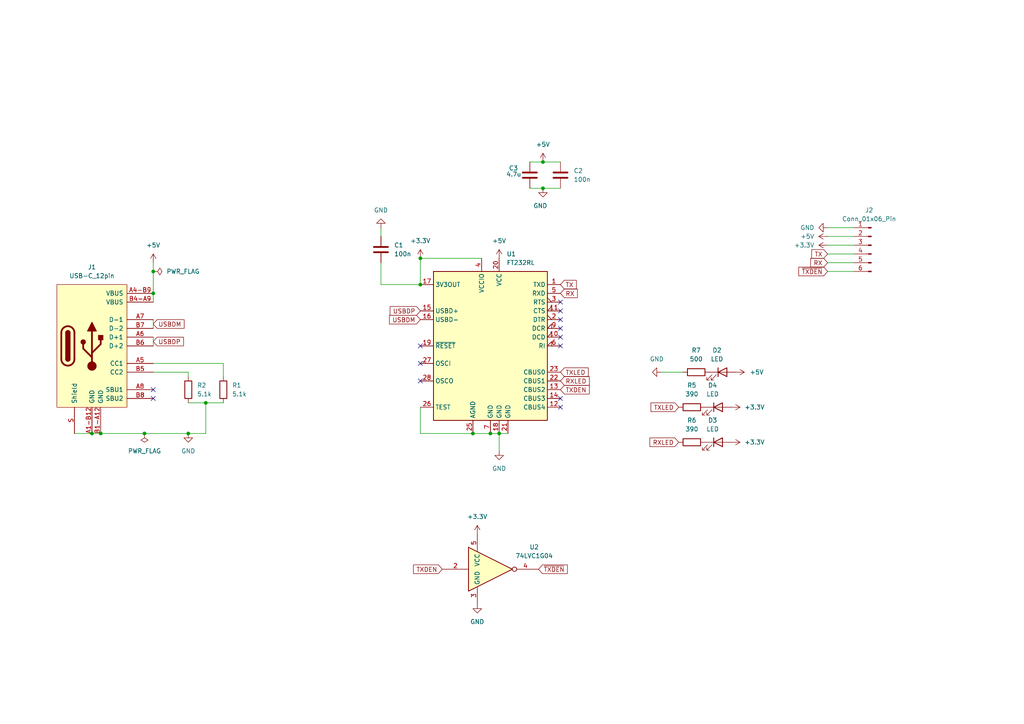
<source format=kicad_sch>
(kicad_sch (version 20250114) (generator "eeschema") (generator_version "9.0")
  (paper "A4")
  (lib_symbols
    (symbol "74xGxx:74LVC1G04"
      (property "Reference" "U" (at 0 7.62 0))
      (property "Value" "74LVC1G04" (at 5.08 -7.62 0))
      (symbol "74LVC1G04_0_1"
        (polyline (pts (xy -7.62 6.35) (xy -7.62 -6.35) (xy 5.08 0) (xy -7.62 6.35)) (stroke (width 0.254)) (fill (type background)))
      )
      (symbol "74LVC1G04_1_1"
        (pin input line (at -15.24 0 0) (length 7.62) (name "~") (number "2"))
        (pin no_connect line (at -7.62 2.54 0) (length 2.54) (hide yes) (name "NC") (number "1"))
        (pin power_in line (at -5.08 10.16 270) (length 5.08) (name "VCC") (number "5"))
        (pin power_in line (at -5.08 -10.16 90) (length 5.08) (name "GND") (number "3"))
        (pin output inverted (at 12.7 0 180) (length 7.62) (name "~") (number "4"))
      )
    )
    (symbol "Connector:Conn_01x06_Pin" (pin_names (offset 1.016) (hide yes))
      (property "Reference" "J" (at 0 7.62 0))
      (property "Value" "Conn_01x06_Pin" (at 0 -10.16 0))
      (symbol "Conn_01x06_Pin_1_1"
        (rectangle (start 0.8636 5.207) (end 0 4.953) (stroke (width 0.1524)) (fill (type outline)))
        (rectangle (start 0.8636 2.667) (end 0 2.413) (stroke (width 0.1524)) (fill (type outline)))
        (rectangle (start 0.8636 0.127) (end 0 -0.127) (stroke (width 0.1524)) (fill (type outline)))
        (rectangle (start 0.8636 -2.413) (end 0 -2.667) (stroke (width 0.1524)) (fill (type outline)))
        (rectangle (start 0.8636 -4.953) (end 0 -5.207) (stroke (width 0.1524)) (fill (type outline)))
        (rectangle (start 0.8636 -7.493) (end 0 -7.747) (stroke (width 0.1524)) (fill (type outline)))
        (polyline (pts (xy 1.27 5.08) (xy 0.8636 5.08)) (stroke (width 0.1524)))
        (polyline (pts (xy 1.27 2.54) (xy 0.8636 2.54)) (stroke (width 0.1524)))
        (polyline (pts (xy 1.27 0) (xy 0.8636 0)) (stroke (width 0.1524)))
        (polyline (pts (xy 1.27 -2.54) (xy 0.8636 -2.54)) (stroke (width 0.1524)))
        (polyline (pts (xy 1.27 -5.08) (xy 0.8636 -5.08)) (stroke (width 0.1524)))
        (polyline (pts (xy 1.27 -7.62) (xy 0.8636 -7.62)) (stroke (width 0.1524)))
        (pin passive line (at 5.08 5.08 180) (length 3.81) (name "Pin_1") (number "1"))
        (pin passive line (at 5.08 2.54 180) (length 3.81) (name "Pin_2") (number "2"))
        (pin passive line (at 5.08 0 180) (length 3.81) (name "Pin_3") (number "3"))
        (pin passive line (at 5.08 -2.54 180) (length 3.81) (name "Pin_4") (number "4"))
        (pin passive line (at 5.08 -5.08 180) (length 3.81) (name "Pin_5") (number "5"))
        (pin passive line (at 5.08 -7.62 180) (length 3.81) (name "Pin_6") (number "6"))
      )
    )
    (symbol "Device:C" (pin_numbers (hide yes)) (pin_names (offset 0.254))
      (property "Reference" "C" (at 0.635 2.54 0))
      (property "Value" "C" (at 0.635 -2.54 0))
      (symbol "C_0_1"
        (polyline (pts (xy -2.032 0.762) (xy 2.032 0.762)) (stroke (width 0.508)))
        (polyline (pts (xy -2.032 -0.762) (xy 2.032 -0.762)) (stroke (width 0.508)))
      )
      (symbol "C_1_1"
        (pin passive line (at 0 3.81 270) (length 2.794) (name "~") (number "1"))
        (pin passive line (at 0 -3.81 90) (length 2.794) (name "~") (number "2"))
      )
    )
    (symbol "Device:LED" (pin_numbers (hide yes)) (pin_names (offset 1.016) (hide yes))
      (property "Reference" "D" (at 0 2.54 0))
      (property "Value" "LED" (at 0 -2.54 0))
      (symbol "LED_0_1"
        (polyline (pts (xy -3.048 -0.762) (xy -4.572 -2.286) (xy -3.81 -2.286) (xy -4.572 -2.286) (xy -4.572 -1.524)))
        (polyline (pts (xy -1.778 -0.762) (xy -3.302 -2.286) (xy -2.54 -2.286) (xy -3.302 -2.286) (xy -3.302 -1.524)))
        (polyline (pts (xy -1.27 0) (xy 1.27 0)))
        (polyline (pts (xy -1.27 -1.27) (xy -1.27 1.27)) (stroke (width 0.254)))
        (polyline (pts (xy 1.27 -1.27) (xy 1.27 1.27) (xy -1.27 0) (xy 1.27 -1.27)) (stroke (width 0.254)))
      )
      (symbol "LED_1_1"
        (pin passive line (at -3.81 0 0) (length 2.54) (name "K") (number "1"))
        (pin passive line (at 3.81 0 180) (length 2.54) (name "A") (number "2"))
      )
    )
    (symbol "Device:R" (pin_numbers (hide yes)) (pin_names (offset 0))
      (property "Reference" "R" (at 2.032 0 90))
      (property "Value" "R" (at 0 0 90))
      (symbol "R_0_1"
        (rectangle (start -1.016 -2.54) (end 1.016 2.54) (stroke (width 0.254)))
      )
      (symbol "R_1_1"
        (pin passive line (at 0 3.81 270) (length 1.27) (name "~") (number "1"))
        (pin passive line (at 0 -3.81 90) (length 1.27) (name "~") (number "2"))
      )
    )
    (symbol "Enac:USB-C_12pin" (pin_names (offset 1.016))
      (property "Reference" "J" (at -10.16 19.05 0))
      (property "Value" "USB-C_12pin" (at 10.16 20.32 0))
      (symbol "USB-C_12pin_0_1"
        (rectangle (start -10.16 17.78) (end 10.16 -17.78) (stroke (width 0.1524)) (fill (type background)))
        (polyline (pts (xy -8.89 -3.81) (xy -8.89 3.81)) (stroke (width 0.508)))
        (rectangle (start -7.62 -3.81) (end -6.35 3.81) (stroke (width 0.254)) (fill (type outline)))
        (arc (start -7.62 3.81) (mid -6.985 4.4423) (end -6.35 3.81) (stroke (width 0.254)))
        (arc (start -7.62 3.81) (mid -6.985 4.4423) (end -6.35 3.81) (stroke (width 0.254)) (fill (type outline)))
        (arc (start -8.89 3.81) (mid -6.985 5.7067) (end -5.08 3.81) (stroke (width 0.508)))
        (arc (start -5.08 -3.81) (mid -6.985 -5.7067) (end -8.89 -3.81) (stroke (width 0.508)))
        (arc (start -6.35 -3.81) (mid -6.985 -4.4423) (end -7.62 -3.81) (stroke (width 0.254)))
        (arc (start -6.35 -3.81) (mid -6.985 -4.4423) (end -7.62 -3.81) (stroke (width 0.254)) (fill (type outline)))
        (polyline (pts (xy -5.08 3.81) (xy -5.08 -3.81)) (stroke (width 0.508)))
        (circle (center -2.54 1.143) (radius 0.635) (stroke (width 0.254)) (fill (type outline)))
        (polyline (pts (xy -1.27 4.318) (xy 0 6.858) (xy 1.27 4.318) (xy -1.27 4.318)) (stroke (width 0.254)) (fill (type outline)))
        (polyline (pts (xy 0 -2.032) (xy 2.54 0.508) (xy 2.54 1.778)) (stroke (width 0.508)))
        (polyline (pts (xy 0 -3.302) (xy -2.54 -0.762) (xy -2.54 0.508)) (stroke (width 0.508)))
        (polyline (pts (xy 0 -5.842) (xy 0 4.318)) (stroke (width 0.508)))
        (circle (center 0 -5.842) (radius 1.27) (fill (type outline)))
        (rectangle (start 1.905 1.778) (end 3.175 3.048) (stroke (width 0.254)) (fill (type outline)))
      )
      (symbol "USB-C_12pin_1_1"
        (pin passive line (at -5.08 -25.4 90) (length 7.62) (name "Shield") (number "S"))
        (pin passive line (at 0 -25.4 90) (length 7.62) (name "GND") (number "A1-B12"))
        (pin passive line (at 2.54 -25.4 90) (length 7.62) (name "GND") (number "B1-A12"))
        (pin passive line (at 17.78 15.24 180) (length 7.62) (name "VBUS") (number "A4-B9"))
        (pin passive line (at 17.78 12.7 180) (length 7.62) (name "VBUS") (number "B4-A9"))
        (pin bidirectional line (at 17.78 7.62 180) (length 7.62) (name "D-1") (number "A7"))
        (pin bidirectional line (at 17.78 5.08 180) (length 7.62) (name "D-2") (number "B7"))
        (pin bidirectional line (at 17.78 2.54 180) (length 7.62) (name "D+1") (number "A6"))
        (pin bidirectional line (at 17.78 0 180) (length 7.62) (name "D+2") (number "B6"))
        (pin bidirectional line (at 17.78 -5.08 180) (length 7.62) (name "CC1") (number "A5"))
        (pin bidirectional line (at 17.78 -7.62 180) (length 7.62) (name "CC2") (number "B5"))
        (pin bidirectional line (at 17.78 -12.7 180) (length 7.62) (name "SBU1") (number "A8"))
        (pin bidirectional line (at 17.78 -15.24 180) (length 7.62) (name "SBU2") (number "B8"))
      )
    )
    (symbol "Interface_USB:FT232RL"
      (property "Reference" "U" (at -16.51 22.86 0))
      (property "Value" "FT232RL" (at 10.16 22.86 0))
      (symbol "FT232RL_0_1"
        (rectangle (start -16.51 21.59) (end 16.51 -21.59) (stroke (width 0.254)) (fill (type background)))
      )
      (symbol "FT232RL_1_1"
        (pin power_out line (at -20.32 17.78 0) (length 3.81) (name "3V3OUT") (number "17"))
        (pin bidirectional line (at -20.32 10.16 0) (length 3.81) (name "USBD+") (number "15"))
        (pin bidirectional line (at -20.32 7.62 0) (length 3.81) (name "USBD-") (number "16"))
        (pin input line (at -20.32 0 0) (length 3.81) (name "~{RESET}") (number "19"))
        (pin input line (at -20.32 -5.08 0) (length 3.81) (name "OSCI") (number "27"))
        (pin output line (at -20.32 -10.16 0) (length 3.81) (name "OSCO") (number "28"))
        (pin input line (at -20.32 -17.78 0) (length 3.81) (name "TEST") (number "26"))
        (pin power_in line (at -5.08 -25.4 90) (length 3.81) (name "AGND") (number "25"))
        (pin power_in line (at -2.54 25.4 270) (length 3.81) (name "VCCIO") (number "4"))
        (pin power_in line (at 0 -25.4 90) (length 3.81) (name "GND") (number "7"))
        (pin power_in line (at 2.54 25.4 270) (length 3.81) (name "VCC") (number "20"))
        (pin power_in line (at 2.54 -25.4 90) (length 3.81) (name "GND") (number "18"))
        (pin power_in line (at 5.08 -25.4 90) (length 3.81) (name "GND") (number "21"))
        (pin output line (at 20.32 17.78 180) (length 3.81) (name "TXD") (number "1"))
        (pin input line (at 20.32 15.24 180) (length 3.81) (name "RXD") (number "5"))
        (pin output output_low (at 20.32 12.7 180) (length 3.81) (name "RTS") (number "3"))
        (pin input input_low (at 20.32 10.16 180) (length 3.81) (name "CTS") (number "11"))
        (pin output output_low (at 20.32 7.62 180) (length 3.81) (name "DTR") (number "2"))
        (pin input input_low (at 20.32 5.08 180) (length 3.81) (name "DCR") (number "9"))
        (pin input input_low (at 20.32 2.54 180) (length 3.81) (name "DCD") (number "10"))
        (pin input input_low (at 20.32 0 180) (length 3.81) (name "RI") (number "6"))
        (pin bidirectional line (at 20.32 -7.62 180) (length 3.81) (name "CBUS0") (number "23"))
        (pin bidirectional line (at 20.32 -10.16 180) (length 3.81) (name "CBUS1") (number "22"))
        (pin bidirectional line (at 20.32 -12.7 180) (length 3.81) (name "CBUS2") (number "13"))
        (pin bidirectional line (at 20.32 -15.24 180) (length 3.81) (name "CBUS3") (number "14"))
        (pin bidirectional line (at 20.32 -17.78 180) (length 3.81) (name "CBUS4") (number "12"))
      )
    )
    (symbol "power:+3.3V" (power) (pin_numbers (hide yes)) (pin_names (offset 0) (hide yes))
      (property "Value" "+3.3V" (at 0 3.556 0))
      (symbol "+3.3V_0_1"
        (polyline (pts (xy -0.762 1.27) (xy 0 2.54)))
        (polyline (pts (xy 0 2.54) (xy 0.762 1.27)))
        (polyline (pts (xy 0 0) (xy 0 2.54)))
      )
      (symbol "+3.3V_1_1"
        (pin power_in line (at 0 0 90) (length 0) (name "~") (number "1"))
      )
    )
    (symbol "power:+5V" (power) (pin_numbers (hide yes)) (pin_names (offset 0) (hide yes))
      (property "Value" "+5V" (at 0 3.556 0))
      (symbol "+5V_0_1"
        (polyline (pts (xy -0.762 1.27) (xy 0 2.54)))
        (polyline (pts (xy 0 2.54) (xy 0.762 1.27)))
        (polyline (pts (xy 0 0) (xy 0 2.54)))
      )
      (symbol "+5V_1_1"
        (pin power_in line (at 0 0 90) (length 0) (name "~") (number "1"))
      )
    )
    (symbol "power:GND" (power) (pin_numbers (hide yes)) (pin_names (offset 0) (hide yes))
      (property "Value" "GND" (at 0 -3.81 0))
      (symbol "GND_0_1"
        (polyline (pts (xy 0 0) (xy 0 -1.27) (xy 1.27 -1.27) (xy 0 -2.54) (xy -1.27 -1.27) (xy 0 -1.27)))
      )
      (symbol "GND_1_1"
        (pin power_in line (at 0 0 270) (length 0) (name "~") (number "1"))
      )
    )
    (symbol "power:PWR_FLAG" (power) (pin_numbers (hide yes)) (pin_names (offset 0) (hide yes))
      (property "Value" "PWR_FLAG" (at 0 3.81 0))
      (symbol "PWR_FLAG_0_0"
        (pin power_out line (at 0 0 90) (length 0) (name "~") (number "1"))
      )
      (symbol "PWR_FLAG_0_1"
        (polyline (pts (xy 0 0) (xy 0 1.27) (xy -1.016 1.905) (xy 0 2.54) (xy 1.016 1.905) (xy 0 1.27)))
      )
    )
  )
  (junction (at 121.92 82.55))
  (junction (at 54.61 125.73))
  (junction (at 142.24 125.73))
  (junction (at 144.78 125.73))
  (junction (at 137.16 125.73))
  (junction (at 41.91 125.73))
  (junction (at 44.45 85.09))
  (junction (at 26.67 125.73))
  (junction (at 157.48 54.61))
  (junction (at 157.48 46.99))
  (junction (at 44.45 78.74))
  (junction (at 121.92 74.93))
  (junction (at 59.69 116.84))
  (junction (at 29.21 125.73))
  (no_connect (at 162.56 87.63))
  (no_connect (at 44.45 113.03))
  (no_connect (at 162.56 118.11))
  (no_connect (at 121.92 110.49))
  (no_connect (at 162.56 95.25))
  (no_connect (at 162.56 100.33))
  (no_connect (at 162.56 90.17))
  (no_connect (at 121.92 105.41))
  (no_connect (at 162.56 92.71))
  (no_connect (at 121.92 100.33))
  (no_connect (at 162.56 97.79))
  (no_connect (at 162.56 115.57))
  (no_connect (at 44.45 115.57))
  (wire (pts (xy 139.7 74.93) (xy 121.92 74.93)))
  (wire (pts (xy 240.03 68.58) (xy 247.65 68.58)))
  (wire (pts (xy 142.24 125.73) (xy 144.78 125.73)))
  (wire (pts (xy 121.92 74.93) (xy 121.92 82.55)))
  (wire (pts (xy 64.77 105.41) (xy 64.77 109.22)))
  (wire (pts (xy 44.45 78.74) (xy 44.45 85.09)))
  (wire (pts (xy 121.92 125.73) (xy 137.16 125.73)))
  (wire (pts (xy 54.61 125.73) (xy 41.91 125.73)))
  (wire (pts (xy 59.69 116.84) (xy 59.69 125.73)))
  (wire (pts (xy 240.03 78.74) (xy 247.65 78.74)))
  (wire (pts (xy 44.45 97.79) (xy 44.45 100.33)))
  (wire (pts (xy 21.59 125.73) (xy 26.67 125.73)))
  (wire (pts (xy 153.67 46.99) (xy 157.48 46.99)))
  (wire (pts (xy 240.03 76.2) (xy 247.65 76.2)))
  (wire (pts (xy 157.48 46.99) (xy 162.56 46.99)))
  (wire (pts (xy 54.61 116.84) (xy 59.69 116.84)))
  (wire (pts (xy 144.78 125.73) (xy 147.32 125.73)))
  (wire (pts (xy 110.49 76.2) (xy 110.49 82.55)))
  (wire (pts (xy 240.03 71.12) (xy 247.65 71.12)))
  (wire (pts (xy 59.69 116.84) (xy 64.77 116.84)))
  (wire (pts (xy 157.48 54.61) (xy 162.56 54.61)))
  (wire (pts (xy 44.45 105.41) (xy 64.77 105.41)))
  (wire (pts (xy 110.49 68.58) (xy 110.49 66.04)))
  (wire (pts (xy 59.69 125.73) (xy 54.61 125.73)))
  (wire (pts (xy 110.49 82.55) (xy 121.92 82.55)))
  (wire (pts (xy 144.78 125.73) (xy 144.78 130.81)))
  (wire (pts (xy 240.03 73.66) (xy 247.65 73.66)))
  (wire (pts (xy 153.67 54.61) (xy 157.48 54.61)))
  (wire (pts (xy 44.45 85.09) (xy 44.45 87.63)))
  (wire (pts (xy 121.92 118.11) (xy 121.92 125.73)))
  (wire (pts (xy 26.67 125.73) (xy 29.21 125.73)))
  (wire (pts (xy 240.03 66.04) (xy 247.65 66.04)))
  (wire (pts (xy 137.16 125.73) (xy 142.24 125.73)))
  (wire (pts (xy 41.91 125.73) (xy 29.21 125.73)))
  (wire (pts (xy 44.45 92.71) (xy 44.45 95.25)))
  (wire (pts (xy 44.45 107.95) (xy 54.61 107.95)))
  (wire (pts (xy 44.45 76.2) (xy 44.45 78.74)))
  (wire (pts (xy 54.61 107.95) (xy 54.61 109.22)))
  (wire (pts (xy 191.77 107.95) (xy 198.12 107.95)))
  (global_label "TXLED" (shape input) (at 162.56 107.95 0) (property "Intersheetrefs" "${INTERSHEET_REFS}" (effects (hide yes))))
  (global_label "RXLED" (shape input) (at 196.85 128.27 180) (property "Intersheetrefs" "${INTERSHEET_REFS}" (effects (hide yes))))
  (global_label "TXDEN" (shape input) (at 162.56 113.03 0) (property "Intersheetrefs" "${INTERSHEET_REFS}" (effects (hide yes))))
  (global_label "RX" (shape input) (at 240.03 76.2 180) (property "Intersheetrefs" "${INTERSHEET_REFS}" (effects (hide yes))))
  (global_label "RXLED" (shape input) (at 162.56 110.49 0) (property "Intersheetrefs" "${INTERSHEET_REFS}" (effects (hide yes))))
  (global_label "USBDP" (shape input) (at 44.45 99.06 0) (property "Intersheetrefs" "${INTERSHEET_REFS}" (effects (hide yes))))
  (global_label "USBDM" (shape input) (at 44.45 93.98 0) (property "Intersheetrefs" "${INTERSHEET_REFS}" (effects (hide yes))))
  (global_label "TXLED" (shape input) (at 196.85 118.11 180) (property "Intersheetrefs" "${INTERSHEET_REFS}" (effects (hide yes))))
  (global_label "~{TXDEN}" (shape input) (at 240.03 78.74 180) (property "Intersheetrefs" "${INTERSHEET_REFS}" (effects (hide yes))))
  (global_label "~{TXDEN}" (shape input) (at 156.21 165.1 0) (property "Intersheetrefs" "${INTERSHEET_REFS}" (effects (hide yes))))
  (global_label "TX" (shape input) (at 162.56 82.55 0) (property "Intersheetrefs" "${INTERSHEET_REFS}" (effects (hide yes))))
  (global_label "TXDEN" (shape input) (at 128.27 165.1 180) (property "Intersheetrefs" "${INTERSHEET_REFS}" (effects (hide yes))))
  (global_label "USBDM" (shape input) (at 121.92 92.71 180) (property "Intersheetrefs" "${INTERSHEET_REFS}" (effects (hide yes))))
  (global_label "USBDP" (shape input) (at 121.92 90.17 180) (property "Intersheetrefs" "${INTERSHEET_REFS}" (effects (hide yes))))
  (global_label "TX" (shape input) (at 240.03 73.66 180) (property "Intersheetrefs" "${INTERSHEET_REFS}" (effects (hide yes))))
  (global_label "RX" (shape input) (at 162.56 85.09 0) (property "Intersheetrefs" "${INTERSHEET_REFS}" (effects (hide yes))))
  (symbol (lib_id "Device:R") (at 54.61 113.03 180) (unit 1)
    (property "Reference" "R2" (at 57.15 111.7599 0) (effects (justify right)))
    (property "Value" "5.1k" (at 57.15 114.2999 0) (effects (justify right)))
    (property "Footprint" "Resistor_SMD:R_0603_1608Metric" (effects (hide yes)))
    (property "Description" "Resistor" (effects (hide yes)))
  )
  (symbol (lib_id "power:+5V") (at 157.48 46.99 0) (unit 1)
    (property "Reference" "#PWR013" (effects (hide yes)))
    (property "Value" "+5V" (at 157.48 41.91 0))
    (property "Description" "Power symbol creates a global label with name \"+5V\"" (effects (hide yes)))
  )
  (symbol (lib_id "Device:LED") (at 208.28 118.11 0) (unit 1)
    (property "Reference" "D4" (at 206.6925 111.76 0))
    (property "Value" "LED" (at 206.6925 114.3 0))
    (property "Footprint" "LED_SMD:LED_0603_1608Metric" (effects (hide yes)))
    (property "Description" "Light emitting diode" (effects (hide yes)))
    (property "Sim.Pins" "1=K 2=A" (effects (hide yes)))
  )
  (symbol (lib_id "power:GND") (at 157.48 54.61 0) (unit 1)
    (property "Reference" "#PWR014" (effects (hide yes)))
    (property "Value" "GND" (at 156.718 59.69 0))
    (property "Description" "Power symbol creates a global label with name \"GND\" , ground" (effects (hide yes)))
  )
  (symbol (lib_id "power:+5V") (at 44.45 76.2 0) (unit 1)
    (property "Reference" "#PWR07" (effects (hide yes)))
    (property "Value" "+5V" (at 44.45 71.12 0))
    (property "Description" "Power symbol creates a global label with name \"+5V\"" (effects (hide yes)))
  )
  (symbol (lib_id "power:GND") (at 110.49 66.04 180) (unit 1)
    (property "Reference" "#PWR04" (effects (hide yes)))
    (property "Value" "GND" (at 110.49 60.96 0))
    (property "Description" "Power symbol creates a global label with name \"GND\" , ground" (effects (hide yes)))
  )
  (symbol (lib_id "Device:R") (at 201.93 107.95 90) (unit 1)
    (property "Reference" "R7" (at 201.93 101.6 90))
    (property "Value" "500" (at 201.93 104.14 90))
    (property "Footprint" "Resistor_SMD:R_0603_1608Metric" (effects (hide yes)))
    (property "Description" "Resistor" (effects (hide yes)))
  )
  (symbol (lib_id "Device:LED") (at 208.28 128.27 0) (unit 1)
    (property "Reference" "D3" (at 206.6925 121.92 0))
    (property "Value" "LED" (at 206.6925 124.46 0))
    (property "Footprint" "LED_SMD:LED_0603_1608Metric" (effects (hide yes)))
    (property "Description" "Light emitting diode" (effects (hide yes)))
    (property "Sim.Pins" "1=K 2=A" (effects (hide yes)))
  )
  (symbol (lib_id "Device:R") (at 200.66 118.11 90) (unit 1)
    (property "Reference" "R5" (at 200.66 111.76 90))
    (property "Value" "390" (at 200.66 114.3 90))
    (property "Footprint" "Resistor_SMD:R_0603_1608Metric" (effects (hide yes)))
    (property "Description" "Resistor" (effects (hide yes)))
  )
  (symbol (lib_id "Device:R") (at 200.66 128.27 90) (unit 1)
    (property "Reference" "R6" (at 200.66 121.92 90))
    (property "Value" "390" (at 200.66 124.46 90))
    (property "Footprint" "Resistor_SMD:R_0603_1608Metric" (effects (hide yes)))
    (property "Description" "Resistor" (effects (hide yes)))
  )
  (symbol (lib_id "74xGxx:74LVC1G04") (at 143.51 165.1 0) (unit 1)
    (property "Reference" "U2" (at 154.94 158.6798 0))
    (property "Value" "74LVC1G04" (at 154.94 161.2198 0))
    (property "Footprint" "Package_TO_SOT_SMD:SOT-23-5" (effects (hide yes)))
    (property "Datasheet" "https://www.ti.com/lit/ds/symlink/sn74lvc1g04.pdf" (effects (hide yes)))
    (property "Description" "Single NOT Gate, Low-Voltage CMOS" (effects (hide yes)))
  )
  (symbol (lib_id "power:+5V") (at 144.78 74.93 0) (unit 1)
    (property "Reference" "#PWR06" (effects (hide yes)))
    (property "Value" "+5V" (at 144.78 69.85 0))
    (property "Description" "Power symbol creates a global label with name \"+5V\"" (effects (hide yes)))
  )
  (symbol (lib_id "power:+3.3V") (at 121.92 74.93 0) (unit 1)
    (property "Reference" "#PWR05" (effects (hide yes)))
    (property "Value" "+3.3V" (at 121.92 69.85 0))
    (property "Description" "Power symbol creates a global label with name \"+3.3V\"" (effects (hide yes)))
  )
  (symbol (lib_id "power:+5V") (at 240.03 68.58 90) (unit 1)
    (property "Reference" "#PWR017" (effects (hide yes)))
    (property "Value" "+5V" (at 236.22 68.5799 90) (effects (justify left)))
    (property "Description" "Power symbol creates a global label with name \"+5V\"" (effects (hide yes)))
  )
  (symbol (lib_id "power:GND") (at 144.78 130.81 0) (unit 1)
    (property "Reference" "#PWR03" (effects (hide yes)))
    (property "Value" "GND" (at 144.78 135.89 0))
    (property "Description" "Power symbol creates a global label with name \"GND\" , ground" (effects (hide yes)))
  )
  (symbol (lib_id "power:+5V") (at 213.36 107.95 270) (unit 1)
    (property "Reference" "#PWR09" (effects (hide yes)))
    (property "Value" "+5V" (at 217.424 107.95 90) (effects (justify left)))
    (property "Description" "Power symbol creates a global label with name \"+5V\"" (effects (hide yes)))
  )
  (symbol (lib_id "Enac:USB-C_12pin") (at 26.67 100.33 0) (unit 1)
    (property "Reference" "J1" (at 26.67 77.47 0))
    (property "Value" "USB-C_12pin" (at 26.67 80.01 0))
    (property "Footprint" "ENAC_robotique:USB-C_HRO_C-31-M-12" (effects (hide yes)))
    (property "Description" "USB 2.0 only Type-C Receptacle connector" (effects (hide yes)))
  )
  (symbol (lib_id "Device:C") (at 110.49 72.39 0) (unit 1)
    (property "Reference" "C1" (at 114.3 71.1199 0) (effects (justify left)))
    (property "Value" "100n" (at 114.3 73.6599 0) (effects (justify left)))
    (property "Footprint" "Capacitor_SMD:C_0603_1608Metric" (effects (hide yes)))
    (property "Description" "Unpolarized capacitor" (effects (hide yes)))
  )
  (symbol (lib_id "Device:C") (at 162.56 50.8 0) (unit 1)
    (property "Reference" "C2" (at 166.37 49.5299 0) (effects (justify left)))
    (property "Value" "100n" (at 166.37 52.0699 0) (effects (justify left)))
    (property "Footprint" "Capacitor_SMD:C_0603_1608Metric" (effects (hide yes)))
    (property "Description" "Unpolarized capacitor" (effects (hide yes)))
  )
  (symbol (lib_id "power:PWR_FLAG") (at 44.45 78.74 270) (unit 1)
    (property "Reference" "#FLG01" (effects (hide yes)))
    (property "Value" "PWR_FLAG" (at 48.26 78.7399 90) (effects (justify left)))
    (property "Description" "Special symbol for telling ERC where power comes from" (effects (hide yes)))
  )
  (symbol (lib_id "power:+3.3V") (at 212.09 118.11 270) (unit 1)
    (property "Reference" "#PWR08" (effects (hide yes)))
    (property "Value" "+3.3V" (at 215.9 118.1099 90) (effects (justify left)))
    (property "Description" "Power symbol creates a global label with name \"+3.3V\"" (effects (hide yes)))
  )
  (symbol (lib_id "power:GND") (at 138.43 175.26 0) (unit 1)
    (property "Reference" "#PWR012" (effects (hide yes)))
    (property "Value" "GND" (at 138.43 180.34 0))
    (property "Description" "Power symbol creates a global label with name \"GND\" , ground" (effects (hide yes)))
  )
  (symbol (lib_id "Connector:Conn_01x06_Pin") (at 252.73 71.12 0) (mirror y) (unit 1)
    (property "Reference" "J2" (at 252.095 60.96 0))
    (property "Value" "Conn_01x06_Pin" (at 252.095 63.5 0))
    (property "Footprint" "Connector_Molex:Molex_PicoBlade_53047-0610_1x06_P1.25mm_Vertical" (effects (hide yes)))
    (property "Description" "Generic connector, single row, 01x06, script generated" (effects (hide yes)))
  )
  (symbol (lib_id "power:+3.3V") (at 212.09 128.27 270) (unit 1)
    (property "Reference" "#PWR010" (effects (hide yes)))
    (property "Value" "+3.3V" (at 215.9 128.2699 90) (effects (justify left)))
    (property "Description" "Power symbol creates a global label with name \"+3.3V\"" (effects (hide yes)))
  )
  (symbol (lib_id "Device:C") (at 153.67 50.8 180) (unit 1)
    (property "Reference" "C3" (at 147.574 48.768 0) (effects (justify right)))
    (property "Value" "4.7u" (at 146.812 50.546 0) (effects (justify right)))
    (property "Footprint" "Capacitor_Tantalum_SMD:CP_EIA-3216-18_Kemet-A" (effects (hide yes)))
    (property "Description" "Unpolarized capacitor" (effects (hide yes)))
  )
  (symbol (lib_id "power:+3.3V") (at 138.43 154.94 0) (unit 1)
    (property "Reference" "#PWR011" (effects (hide yes)))
    (property "Value" "+3.3V" (at 138.43 149.86 0))
    (property "Description" "Power symbol creates a global label with name \"+3.3V\"" (effects (hide yes)))
  )
  (symbol (lib_id "power:GND") (at 54.61 125.73 0) (unit 1)
    (property "Reference" "#PWR01" (effects (hide yes)))
    (property "Value" "GND" (at 54.61 130.81 0))
    (property "Description" "Power symbol creates a global label with name \"GND\" , ground" (effects (hide yes)))
  )
  (symbol (lib_id "power:+3.3V") (at 240.03 71.12 90) (unit 1)
    (property "Reference" "#PWR016" (effects (hide yes)))
    (property "Value" "+3.3V" (at 236.22 71.1199 90) (effects (justify left)))
    (property "Description" "Power symbol creates a global label with name \"+3.3V\"" (effects (hide yes)))
  )
  (symbol (lib_id "Device:LED") (at 209.55 107.95 0) (unit 1)
    (property "Reference" "D2" (at 207.9625 101.6 0))
    (property "Value" "LED" (at 207.9625 104.14 0))
    (property "Footprint" "LED_SMD:LED_0603_1608Metric" (effects (hide yes)))
    (property "Description" "Light emitting diode" (effects (hide yes)))
    (property "Sim.Pins" "1=K 2=A" (effects (hide yes)))
  )
  (symbol (lib_id "Interface_USB:FT232RL") (at 142.24 100.33 0) (unit 1)
    (property "Reference" "U1" (at 146.9233 73.66 0) (effects (justify left)))
    (property "Value" "FT232RL" (at 146.9233 76.2 0) (effects (justify left)))
    (property "Footprint" "Package_SO:SSOP-28_5.3x10.2mm_P0.65mm" (effects (hide yes)))
    (property "Datasheet" "https://www.ftdichip.com/Support/Documents/DataSheets/ICs/DS_FT232R.pdf" (effects (hide yes)))
    (property "Description" "USB to Serial Interface, SSOP-28" (effects (hide yes)))
  )
  (symbol (lib_id "power:PWR_FLAG") (at 41.91 125.73 180) (unit 1)
    (property "Reference" "#FLG02" (effects (hide yes)))
    (property "Value" "PWR_FLAG" (at 41.91 130.81 0))
    (property "Description" "Special symbol for telling ERC where power comes from" (effects (hide yes)))
  )
  (symbol (lib_id "power:GND") (at 191.77 107.95 270) (unit 1)
    (property "Reference" "#PWR02" (effects (hide yes)))
    (property "Value" "GND" (at 190.5 104.14 90))
    (property "Description" "Power symbol creates a global label with name \"GND\" , ground" (effects (hide yes)))
  )
  (symbol (lib_id "power:GND") (at 240.03 66.04 270) (unit 1)
    (property "Reference" "#PWR015" (effects (hide yes)))
    (property "Value" "GND" (at 236.22 66.0399 90) (effects (justify right)))
    (property "Description" "Power symbol creates a global label with name \"GND\" , ground" (effects (hide yes)))
  )
  (symbol (lib_id "Device:R") (at 64.77 113.03 180) (unit 1)
    (property "Reference" "R1" (at 67.31 111.7599 0) (effects (justify right)))
    (property "Value" "5.1k" (at 67.31 114.2999 0) (effects (justify right)))
    (property "Footprint" "Resistor_SMD:R_0603_1608Metric" (effects (hide yes)))
    (property "Description" "Resistor" (effects (hide yes)))
  )
)
</source>
